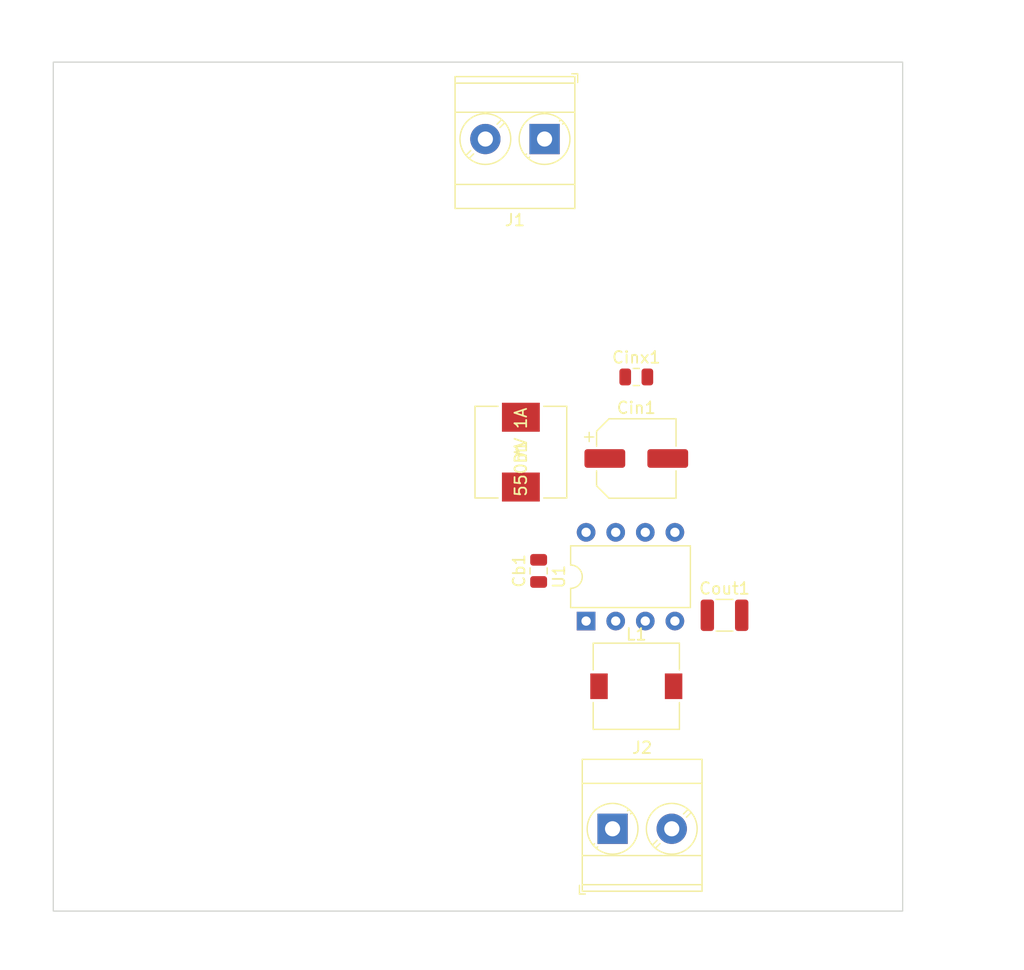
<source format=kicad_pcb>
(kicad_pcb (version 20211014) (generator pcbnew)
  (layers (0 "F.Cu" signal) (31 "B.Cu" signal) (34 "B.Paste" user) (35 "F.Paste" user) (36 "B.SilkS" user "B.Silkscreen") (37 "F.SilkS" user "F.Silkscreen") (38 "B.Mask" user) (39 "F.Mask" user) (44 "Edge.Cuts" user))
  (net 0 "")
  (net 1 "Net-(Cb1-Pad1)")
  (net 2 "Net-(Cb1-Pad2)")
  (net 3 "+24V")
  (net 4 "GNDPWR")
  (net 5 "+5V")
  (footprint "Package_DIP:DIP-8_W7.62mm" (layer "F.Cu") (at 138.44 114.29 90)
    (fp_text reference "U1" (at 3.81 -2.33 90) (layer "F.SilkS"))
    (fp_text value "LM2674N-5")
    (fp_line (start 6.46 -1.33) (end 4.81 -1.33) (layer "F.SilkS") (width 0.12))
    (fp_line (start 1.16 -1.33) (end 1.16 8.95) (layer "F.SilkS") (width 0.12))
    (fp_line (start 2.81 -1.33) (end 1.16 -1.33) (layer "F.SilkS") (width 0.12))
    (fp_line (start 1.16 8.95) (end 6.46 8.95) (layer "F.SilkS") (width 0.12))
    (fp_line (start 6.46 8.95) (end 6.46 -1.33) (layer "F.SilkS") (width 0.12))
    (fp_arc (start 4.81 -1.33) (mid 3.81 -0.33) (end 2.81 -1.33) (layer "F.SilkS") (width 0.12))
    (pad "1" thru_hole rect (at 0 0 90) (size 1.6 1.6) (drill 0.8) (layers *.Cu *.Mask) (net 1 "Net-(Cb1-Pad1)"))
    (pad "2" thru_hole oval (at 0 2.54 90) (size 1.6 1.6) (drill 0.8) (layers *.Cu *.Mask))
    (pad "3" thru_hole oval (at 0 5.08 90) (size 1.6 1.6) (drill 0.8) (layers *.Cu *.Mask))
    (pad "4" thru_hole oval (at 0 7.62 90) (size 1.6 1.6) (drill 0.8) (layers *.Cu *.Mask) (net 5 "+5V"))
    (pad "5" thru_hole oval (at 7.62 7.62 90) (size 1.6 1.6) (drill 0.8) (layers *.Cu *.Mask) (net 3 "+24V"))
    (pad "6" thru_hole oval (at 7.62 5.08 90) (size 1.6 1.6) (drill 0.8) (layers *.Cu *.Mask) (net 4 "GNDPWR"))
    (pad "7" thru_hole oval (at 7.62 2.54 90) (size 1.6 1.6) (drill 0.8) (layers *.Cu *.Mask) (net 3 "+24V"))
    (pad "8" thru_hole oval (at 7.62 0 90) (size 1.6 1.6) (drill 0.8) (layers *.Cu *.Mask) (net 2 "Net-(Cb1-Pad2)"))
  )
  (footprint "TerminalBlock_Phoenix:TerminalBlock_Phoenix_MKDS-3-2-5.08_1x02_P5.08mm_Horizontal" (layer "F.Cu") (at 134.874 72.898 180)
    (fp_text reference "J1" (at 2.54 -6.96) (layer "F.SilkS"))
    (fp_text value "Screw_Terminal_01x02")
    (fp_line (start -1.282 1.547) (end -1.388 1.654) (layer "F.SilkS") (width 0.12))
    (fp_line (start -2.84 5.6) (end -2.34 5.6) (layer "F.SilkS") (width 0.12))
    (fp_line (start -2.6 -5.96) (end 7.68 -5.96) (layer "F.SilkS") (width 0.12))
    (fp_line (start 4.073 1.274) (end 3.693 1.654) (layer "F.SilkS") (width 0.12))
    (fp_line (start 1.388 -1.654) (end 1.281 -1.547) (layer "F.SilkS") (width 0.12))
    (fp_line (start -2.6 -3.9) (end 7.68 -3.9) (layer "F.SilkS") (width 0.12))
    (fp_line (start 1.654 -1.388) (end 1.547 -1.281) (layer "F.SilkS") (width 0.12))
    (fp_line (start 3.822 0.992) (end 3.427 1.388) (layer "F.SilkS") (width 0.12))
    (fp_line (start 6.734 -1.388) (end 6.339 -0.992) (layer "F.SilkS") (width 0.12))
    (fp_line (start 7.68 -5.96) (end 7.68 5.36) (layer "F.SilkS") (width 0.12))
    (fp_line (start -1.548 1.281) (end -1.654 1.388) (layer "F.SilkS") (width 0.12))
    (fp_line (start -2.6 4.8) (end 7.68 4.8) (layer "F.SilkS") (width 0.12))
    (fp_line (start -2.84 4.86) (end -2.84 5.6) (layer "F.SilkS") (width 0.12))
    (fp_line (start -2.6 2.3) (end 7.68 2.3) (layer "F.SilkS") (width 0.12))
    (fp_line (start 6.468 -1.654) (end 6.088 -1.274) (layer "F.SilkS") (width 0.12))
    (fp_line (start -2.6 5.36) (end 7.68 5.36) (layer "F.SilkS") (width 0.12))
    (fp_line (start -2.6 -5.96) (end -2.6 5.36) (layer "F.SilkS") (width 0.12))
    (fp_circle (center 5.08 0) (end 7.26 0) (layer "F.SilkS") (width 0.12) (fill none))
    (fp_circle (center 0 0) (end 2.18 0) (layer "F.SilkS") (width 0.12) (fill none))
    (pad "1" thru_hole rect (at 0 0 180) (size 2.6 2.6) (drill 1.3) (layers *.Cu *.Mask) (net 4 "GNDPWR"))
    (pad "2" thru_hole circle (at 5.08 0 180) (size 2.6 2.6) (drill 1.3) (layers *.Cu *.Mask) (net 3 "+24V"))
  )
  (footprint "Capacitor_SMD:CP_Elec_6.3x7.7" (layer "F.Cu") (at 142.748 100.33)
    (fp_text reference "Cin1" (at 0 -4.35) (layer "F.SilkS"))
    (fp_text value "68uF 340mOhm")
    (fp_line (start -3.41 2.345563) (end -3.41 1.06) (layer "F.SilkS") (width 0.12))
    (fp_line (start -2.345563 3.41) (end 3.41 3.41) (layer "F.SilkS") (width 0.12))
    (fp_line (start 3.41 3.41) (end 3.41 1.06) (layer "F.SilkS") (width 0.12))
    (fp_line (start -3.41 2.345563) (end -2.345563 3.41) (layer "F.SilkS") (width 0.12))
    (fp_line (start -4.04375 -2.24125) (end -4.04375 -1.45375) (layer "F.SilkS") (width 0.12))
    (fp_line (start -3.41 -2.345563) (end -3.41 -1.06) (layer "F.SilkS") (width 0.12))
    (fp_line (start 3.41 -3.41) (end 3.41 -1.06) (layer "F.SilkS") (width 0.12))
    (fp_line (start -4.4375 -1.8475) (end -3.65 -1.8475) (layer "F.SilkS") (width 0.12))
    (fp_line (start -2.345563 -3.41) (end 3.41 -3.41) (layer "F.SilkS") (width 0.12))
    (fp_line (start -3.41 -2.345563) (end -2.345563 -3.41) (layer "F.SilkS") (width 0.12))
    (pad "1" smd roundrect (at -2.7 0) (size 3.5 1.6) (layers "F.Cu" "F.Paste" "F.Mask") (roundrect_rratio 0.15625) (net 3 "+24V"))
    (pad "2" smd roundrect (at 2.7 0) (size 3.5 1.6) (layers "F.Cu" "F.Paste" "F.Mask") (roundrect_rratio 0.15625) (net 4 "GNDPWR"))
  )
  (footprint "project:DR74-151-R" (layer "F.Cu") (at 132.842 99.7841 90)
    (fp_text reference "D1" (at 0 0 90) (layer "F.SilkS"))
    (fp_text value "550mV 1A" (at 0 0 90) (layer "F.SilkS"))
    (fp_text user "*" (at 0 0 90) (layer "F.SilkS"))
    (fp_line (start -3.937 -3.937) (end -3.937 -1.95834) (layer "F.SilkS") (width 0.12))
    (fp_line (start 3.937 -1.95834) (end 3.937 -3.937) (layer "F.SilkS") (width 0.12))
    (fp_line (start 3.937 -3.937) (end -3.937 -3.937) (layer "F.SilkS") (width 0.12))
    (fp_line (start 3.937 3.937) (end 3.937 1.95834) (layer "F.SilkS") (width 0.12))
    (fp_line (start -3.937 1.95834) (end -3.937 3.937) (layer "F.SilkS") (width 0.12))
    (fp_line (start -3.937 3.937) (end 3.937 3.937) (layer "F.SilkS") (width 0.12))
    (pad "1" smd rect locked (at -2.9972 0 90) (size 2.4892 3.2512) (layers "F.Cu" "F.Paste" "F.Mask") (net 2 "Net-(Cb1-Pad2)"))
    (pad "2" smd rect locked (at 2.9972 0 90) (size 2.4892 3.2512) (layers "F.Cu" "F.Paste" "F.Mask") (net 4 "GNDPWR"))
  )
  (footprint "Capacitor_SMD:C_0805_2012Metric" (layer "F.Cu") (at 134.366 109.982 90)
    (fp_text reference "Cb1" (at 0 -1.68 90) (layer "F.SilkS"))
    (fp_text value "10 nF 0Ohm")
    (fp_line (start -0.261252 -0.735) (end 0.261252 -0.735) (layer "F.SilkS") (width 0.12))
    (fp_line (start -0.261252 0.735) (end 0.261252 0.735) (layer "F.SilkS") (width 0.12))
    (pad "1" smd roundrect (at -0.95 0 90) (size 1 1.45) (layers "F.Cu" "F.Paste" "F.Mask") (net 1 "Net-(Cb1-Pad1)"))
    (pad "2" smd roundrect (at 0.95 0 90) (size 1 1.45) (layers "F.Cu" "F.Paste" "F.Mask") (net 2 "Net-(Cb1-Pad2)"))
  )
  (footprint "TerminalBlock_Phoenix:TerminalBlock_Phoenix_MKDS-3-2-5.08_1x02_P5.08mm_Horizontal" (layer "F.Cu") (at 140.711 132.126)
    (fp_text reference "J2" (at 2.54 -6.96) (layer "F.SilkS"))
    (fp_text value "Screw_Terminal_01x02")
    (fp_line (start -1.282 1.547) (end -1.388 1.654) (layer "F.SilkS") (width 0.12))
    (fp_line (start -2.6 -3.9) (end 7.68 -3.9) (layer "F.SilkS") (width 0.12))
    (fp_line (start -2.6 5.36) (end 7.68 5.36) (layer "F.SilkS") (width 0.12))
    (fp_line (start -2.6 -5.96) (end 7.68 -5.96) (layer "F.SilkS") (width 0.12))
    (fp_line (start 6.468 -1.654) (end 6.088 -1.274) (layer "F.SilkS") (width 0.12))
    (fp_line (start 6.734 -1.388) (end 6.339 -0.992) (layer "F.SilkS") (width 0.12))
    (fp_line (start -2.6 4.8) (end 7.68 4.8) (layer "F.SilkS") (width 0.12))
    (fp_line (start 1.654 -1.388) (end 1.547 -1.281) (layer "F.SilkS") (width 0.12))
    (fp_line (start -1.548 1.281) (end -1.654 1.388) (layer "F.SilkS") (width 0.12))
    (fp_line (start -2.6 -5.96) (end -2.6 5.36) (layer "F.SilkS") (width 0.12))
    (fp_line (start 3.822 0.992) (end 3.427 1.388) (layer "F.SilkS") (width 0.12))
    (fp_line (start 4.073 1.274) (end 3.693 1.654) (layer "F.SilkS") (width 0.12))
    (fp_line (start -2.84 4.86) (end -2.84 5.6) (layer "F.SilkS") (width 0.12))
    (fp_line (start -2.6 2.3) (end 7.68 2.3) (layer "F.SilkS") (width 0.12))
    (fp_line (start 1.388 -1.654) (end 1.281 -1.547) (layer "F.SilkS") (width 0.12))
    (fp_line (start 7.68 -5.96) (end 7.68 5.36) (layer "F.SilkS") (width 0.12))
    (fp_line (start -2.84 5.6) (end -2.34 5.6) (layer "F.SilkS") (width 0.12))
    (fp_circle (center 0 0) (end 2.18 0) (layer "F.SilkS") (width 0.12) (fill none))
    (fp_circle (center 5.08 0) (end 7.26 0) (layer "F.SilkS") (width 0.12) (fill none))
    (pad "1" thru_hole rect (at 0 0) (size 2.6 2.6) (drill 1.3) (layers *.Cu *.Mask) (net 4 "GNDPWR"))
    (pad "2" thru_hole circle (at 5.08 0) (size 2.6 2.6) (drill 1.3) (layers *.Cu *.Mask) (net 5 "+5V"))
  )
  (footprint "Capacitor_SMD:C_1210_3225Metric" (layer "F.Cu") (at 150.319 113.792)
    (fp_text reference "Cout1" (at 0 -2.3) (layer "F.SilkS"))
    (fp_text value "47uF 3.037mOhm")
    (fp_line (start -0.711252 1.36) (end 0.711252 1.36) (layer "F.SilkS") (width 0.12))
    (fp_line (start -0.711252 -1.36) (end 0.711252 -1.36) (layer "F.SilkS") (width 0.12))
    (pad "1" smd roundrect (at -1.475 0) (size 1.15 2.7) (layers "F.Cu" "F.Paste" "F.Mask") (roundrect_rratio 0.217391) (net 5 "+5V"))
    (pad "2" smd roundrect (at 1.475 0) (size 1.15 2.7) (layers "F.Cu" "F.Paste" "F.Mask") (roundrect_rratio 0.217391) (net 4 "GNDPWR"))
  )
  (footprint "Capacitor_SMD:C_0805_2012Metric" (layer "F.Cu") (at 142.748 93.33)
    (fp_text reference "Cinx1" (at 0 -1.68) (layer "F.SilkS"))
    (fp_text value "100nF 64mOhm")
    (fp_line (start -0.261252 -0.735) (end 0.261252 -0.735) (layer "F.SilkS") (width 0.12))
    (fp_line (start -0.261252 0.735) (end 0.261252 0.735) (layer "F.SilkS") (width 0.12))
    (pad "1" smd roundrect (at -0.95 0) (size 1 1.45) (layers "F.Cu" "F.Paste" "F.Mask") (net 3 "+24V"))
    (pad "2" smd roundrect (at 0.95 0) (size 1 1.45) (layers "F.Cu" "F.Paste" "F.Mask") (net 4 "GNDPWR"))
  )
  (footprint "Inductor_SMD:L_7.3x7.3_H3.5" (layer "F.Cu") (at 142.748 119.888)
    (fp_text reference "L1" (at 0 -4.45) (layer "F.SilkS"))
    (fp_text value "150uH 591mOhm")
    (fp_line (start -3.7 3.7) (end -3.7 1.4) (layer "F.SilkS") (width 0.12))
    (fp_line (start 3.7 3.7) (end -3.7 3.7) (layer "F.SilkS") (width 0.12))
    (fp_line (start 3.7 -3.7) (end 3.7 -1.4) (layer "F.SilkS") (width 0.12))
    (fp_line (start -3.7 -1.4) (end -3.7 -3.7) (layer "F.SilkS") (width 0.12))
    (fp_line (start -3.7 -3.7) (end 3.7 -3.7) (layer "F.SilkS") (width 0.12))
    (fp_line (start 3.7 1.4) (end 3.7 3.7) (layer "F.SilkS") (width 0.12))
    (pad "1" smd rect (at -3.2 0) (size 1.5 2.2) (layers "F.Cu" "F.Paste" "F.Mask") (net 2 "Net-(Cb1-Pad2)"))
    (pad "2" smd rect (at 3.2 0) (size 1.5 2.2) (layers "F.Cu" "F.Paste" "F.Mask") (net 5 "+5V"))
  )
  (gr_rect (start 92.71 66.294) (end 165.608 139.192) (layer "Edge.Cuts") (width 0.1) (fill none))
)
</source>
